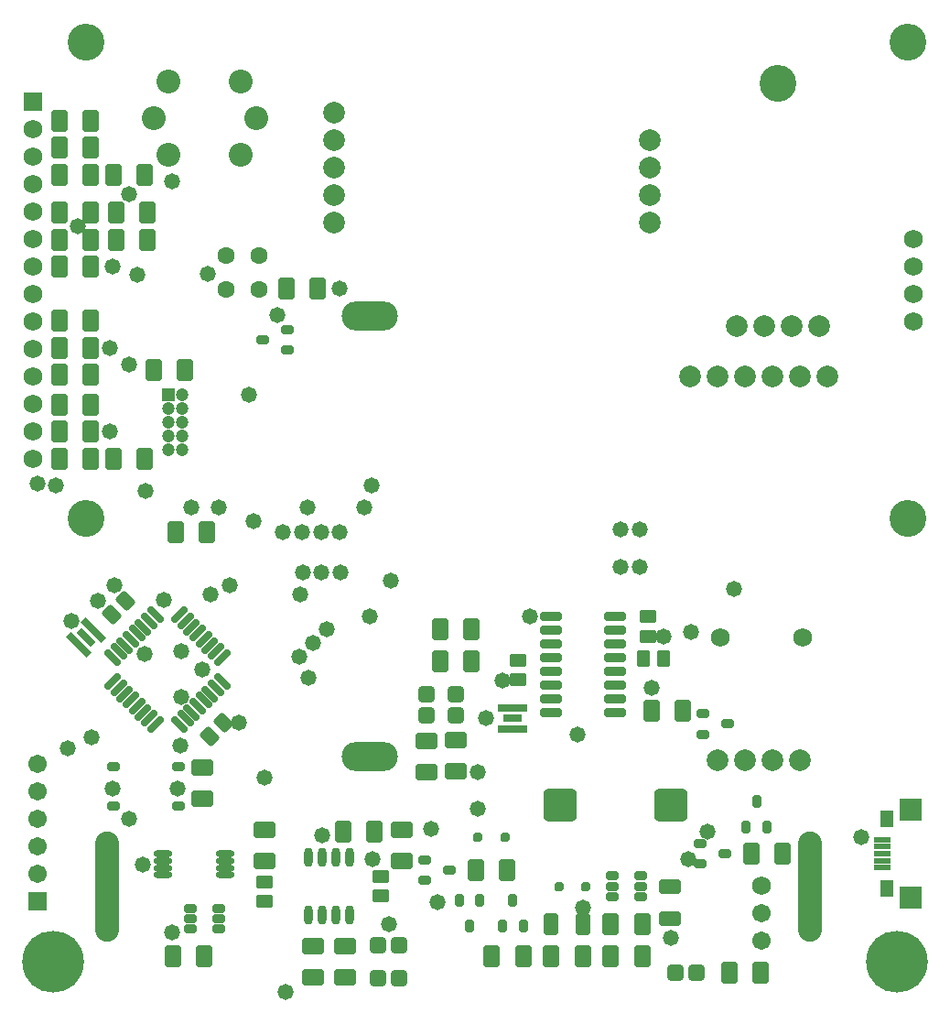
<source format=gts>
G04*
G04 #@! TF.GenerationSoftware,Altium Limited,Altium Designer,19.1.5 (86)*
G04*
G04 Layer_Color=8388736*
%FSLAX25Y25*%
%MOIN*%
G70*
G01*
G75*
%ADD16R,0.04724X0.08000*%
G04:AMPARAMS|DCode=17|XSize=78.87mil|YSize=59.18mil|CornerRadius=10.4mil|HoleSize=0mil|Usage=FLASHONLY|Rotation=270.000|XOffset=0mil|YOffset=0mil|HoleType=Round|Shape=RoundedRectangle|*
%AMROUNDEDRECTD17*
21,1,0.07887,0.03839,0,0,270.0*
21,1,0.05807,0.05918,0,0,270.0*
1,1,0.02080,-0.01919,-0.02904*
1,1,0.02080,-0.01919,0.02904*
1,1,0.02080,0.01919,0.02904*
1,1,0.02080,0.01919,-0.02904*
%
%ADD17ROUNDEDRECTD17*%
G04:AMPARAMS|DCode=18|XSize=31.62mil|YSize=47.37mil|CornerRadius=6.95mil|HoleSize=0mil|Usage=FLASHONLY|Rotation=90.000|XOffset=0mil|YOffset=0mil|HoleType=Round|Shape=RoundedRectangle|*
%AMROUNDEDRECTD18*
21,1,0.03162,0.03347,0,0,90.0*
21,1,0.01772,0.04737,0,0,90.0*
1,1,0.01391,0.01673,0.00886*
1,1,0.01391,0.01673,-0.00886*
1,1,0.01391,-0.01673,-0.00886*
1,1,0.01391,-0.01673,0.00886*
%
%ADD18ROUNDEDRECTD18*%
G04:AMPARAMS|DCode=19|XSize=63.12mil|YSize=47.37mil|CornerRadius=8.92mil|HoleSize=0mil|Usage=FLASHONLY|Rotation=0.000|XOffset=0mil|YOffset=0mil|HoleType=Round|Shape=RoundedRectangle|*
%AMROUNDEDRECTD19*
21,1,0.06312,0.02953,0,0,0.0*
21,1,0.04528,0.04737,0,0,0.0*
1,1,0.01784,0.02264,-0.01476*
1,1,0.01784,-0.02264,-0.01476*
1,1,0.01784,-0.02264,0.01476*
1,1,0.01784,0.02264,0.01476*
%
%ADD19ROUNDEDRECTD19*%
G04:AMPARAMS|DCode=20|XSize=31.62mil|YSize=47.37mil|CornerRadius=6.95mil|HoleSize=0mil|Usage=FLASHONLY|Rotation=0.000|XOffset=0mil|YOffset=0mil|HoleType=Round|Shape=RoundedRectangle|*
%AMROUNDEDRECTD20*
21,1,0.03162,0.03347,0,0,0.0*
21,1,0.01772,0.04737,0,0,0.0*
1,1,0.01391,0.00886,-0.01673*
1,1,0.01391,-0.00886,-0.01673*
1,1,0.01391,-0.00886,0.01673*
1,1,0.01391,0.00886,0.01673*
%
%ADD20ROUNDEDRECTD20*%
G04:AMPARAMS|DCode=21|XSize=78.87mil|YSize=59.18mil|CornerRadius=10.4mil|HoleSize=0mil|Usage=FLASHONLY|Rotation=180.000|XOffset=0mil|YOffset=0mil|HoleType=Round|Shape=RoundedRectangle|*
%AMROUNDEDRECTD21*
21,1,0.07887,0.03839,0,0,180.0*
21,1,0.05807,0.05918,0,0,180.0*
1,1,0.02080,-0.02904,0.01919*
1,1,0.02080,0.02904,0.01919*
1,1,0.02080,0.02904,-0.01919*
1,1,0.02080,-0.02904,-0.01919*
%
%ADD21ROUNDEDRECTD21*%
G04:AMPARAMS|DCode=22|XSize=47.37mil|YSize=31.62mil|CornerRadius=9.91mil|HoleSize=0mil|Usage=FLASHONLY|Rotation=0.000|XOffset=0mil|YOffset=0mil|HoleType=Round|Shape=RoundedRectangle|*
%AMROUNDEDRECTD22*
21,1,0.04737,0.01181,0,0,0.0*
21,1,0.02756,0.03162,0,0,0.0*
1,1,0.01981,0.01378,-0.00591*
1,1,0.01981,-0.01378,-0.00591*
1,1,0.01981,-0.01378,0.00591*
1,1,0.01981,0.01378,0.00591*
%
%ADD22ROUNDEDRECTD22*%
G04:AMPARAMS|DCode=23|XSize=27.69mil|YSize=106.42mil|CornerRadius=0mil|HoleSize=0mil|Usage=FLASHONLY|Rotation=225.000|XOffset=0mil|YOffset=0mil|HoleType=Round|Shape=Rectangle|*
%AMROTATEDRECTD23*
4,1,4,-0.02784,0.04742,0.04742,-0.02784,0.02784,-0.04742,-0.04742,0.02784,-0.02784,0.04742,0.0*
%
%ADD23ROTATEDRECTD23*%

G04:AMPARAMS|DCode=24|XSize=27.69mil|YSize=70.99mil|CornerRadius=0mil|HoleSize=0mil|Usage=FLASHONLY|Rotation=225.000|XOffset=0mil|YOffset=0mil|HoleType=Round|Shape=Rectangle|*
%AMROTATEDRECTD24*
4,1,4,-0.01531,0.03489,0.03489,-0.01531,0.01531,-0.03489,-0.03489,0.01531,-0.01531,0.03489,0.0*
%
%ADD24ROTATEDRECTD24*%

G04:AMPARAMS|DCode=25|XSize=63.12mil|YSize=47.37mil|CornerRadius=8.92mil|HoleSize=0mil|Usage=FLASHONLY|Rotation=135.000|XOffset=0mil|YOffset=0mil|HoleType=Round|Shape=RoundedRectangle|*
%AMROUNDEDRECTD25*
21,1,0.06312,0.02953,0,0,135.0*
21,1,0.04528,0.04737,0,0,135.0*
1,1,0.01784,-0.00557,0.02645*
1,1,0.01784,0.02645,-0.00557*
1,1,0.01784,0.00557,-0.02645*
1,1,0.01784,-0.02645,0.00557*
%
%ADD25ROUNDEDRECTD25*%
%ADD26R,0.10642X0.02769*%
%ADD27R,0.07099X0.02769*%
G04:AMPARAMS|DCode=28|XSize=58mil|YSize=58mil|CornerRadius=10.25mil|HoleSize=0mil|Usage=FLASHONLY|Rotation=90.000|XOffset=0mil|YOffset=0mil|HoleType=Round|Shape=RoundedRectangle|*
%AMROUNDEDRECTD28*
21,1,0.05800,0.03750,0,0,90.0*
21,1,0.03750,0.05800,0,0,90.0*
1,1,0.02050,0.01875,0.01875*
1,1,0.02050,0.01875,-0.01875*
1,1,0.02050,-0.01875,-0.01875*
1,1,0.02050,-0.01875,0.01875*
%
%ADD28ROUNDEDRECTD28*%
G04:AMPARAMS|DCode=29|XSize=25.72mil|YSize=72.96mil|CornerRadius=8.43mil|HoleSize=0mil|Usage=FLASHONLY|Rotation=315.000|XOffset=0mil|YOffset=0mil|HoleType=Round|Shape=RoundedRectangle|*
%AMROUNDEDRECTD29*
21,1,0.02572,0.05610,0,0,315.0*
21,1,0.00886,0.07296,0,0,315.0*
1,1,0.01686,-0.01670,-0.02297*
1,1,0.01686,-0.02297,-0.01670*
1,1,0.01686,0.01670,0.02297*
1,1,0.01686,0.02297,0.01670*
%
%ADD29ROUNDEDRECTD29*%
G04:AMPARAMS|DCode=30|XSize=25.72mil|YSize=72.96mil|CornerRadius=8.43mil|HoleSize=0mil|Usage=FLASHONLY|Rotation=45.000|XOffset=0mil|YOffset=0mil|HoleType=Round|Shape=RoundedRectangle|*
%AMROUNDEDRECTD30*
21,1,0.02572,0.05610,0,0,45.0*
21,1,0.00886,0.07296,0,0,45.0*
1,1,0.01686,0.02297,-0.01670*
1,1,0.01686,0.01670,-0.02297*
1,1,0.01686,-0.02297,0.01670*
1,1,0.01686,-0.01670,0.02297*
%
%ADD30ROUNDEDRECTD30*%
G04:AMPARAMS|DCode=31|XSize=78.87mil|YSize=53.28mil|CornerRadius=9.66mil|HoleSize=0mil|Usage=FLASHONLY|Rotation=0.000|XOffset=0mil|YOffset=0mil|HoleType=Round|Shape=RoundedRectangle|*
%AMROUNDEDRECTD31*
21,1,0.07887,0.03396,0,0,0.0*
21,1,0.05955,0.05328,0,0,0.0*
1,1,0.01932,0.02977,-0.01698*
1,1,0.01932,-0.02977,-0.01698*
1,1,0.01932,-0.02977,0.01698*
1,1,0.01932,0.02977,0.01698*
%
%ADD31ROUNDEDRECTD31*%
%ADD32R,0.08280X0.08280*%
%ADD33R,0.04737X0.05918*%
%ADD34R,0.06115X0.02375*%
%ADD35O,0.06706X0.02375*%
G04:AMPARAMS|DCode=36|XSize=58mil|YSize=58mil|CornerRadius=10.25mil|HoleSize=0mil|Usage=FLASHONLY|Rotation=0.000|XOffset=0mil|YOffset=0mil|HoleType=Round|Shape=RoundedRectangle|*
%AMROUNDEDRECTD36*
21,1,0.05800,0.03750,0,0,0.0*
21,1,0.03750,0.05800,0,0,0.0*
1,1,0.02050,0.01875,-0.01875*
1,1,0.02050,-0.01875,-0.01875*
1,1,0.02050,-0.01875,0.01875*
1,1,0.02050,0.01875,0.01875*
%
%ADD36ROUNDEDRECTD36*%
%ADD37O,0.03162X0.07099*%
G04:AMPARAMS|DCode=38|XSize=31.62mil|YSize=35.56mil|CornerRadius=6.95mil|HoleSize=0mil|Usage=FLASHONLY|Rotation=0.000|XOffset=0mil|YOffset=0mil|HoleType=Round|Shape=RoundedRectangle|*
%AMROUNDEDRECTD38*
21,1,0.03162,0.02165,0,0,0.0*
21,1,0.01772,0.03556,0,0,0.0*
1,1,0.01391,0.00886,-0.01083*
1,1,0.01391,-0.00886,-0.01083*
1,1,0.01391,-0.00886,0.01083*
1,1,0.01391,0.00886,0.01083*
%
%ADD38ROUNDEDRECTD38*%
G04:AMPARAMS|DCode=39|XSize=78.87mil|YSize=53.28mil|CornerRadius=9.66mil|HoleSize=0mil|Usage=FLASHONLY|Rotation=90.000|XOffset=0mil|YOffset=0mil|HoleType=Round|Shape=RoundedRectangle|*
%AMROUNDEDRECTD39*
21,1,0.07887,0.03396,0,0,90.0*
21,1,0.05955,0.05328,0,0,90.0*
1,1,0.01932,0.01698,0.02977*
1,1,0.01932,0.01698,-0.02977*
1,1,0.01932,-0.01698,-0.02977*
1,1,0.01932,-0.01698,0.02977*
%
%ADD39ROUNDEDRECTD39*%
G04:AMPARAMS|DCode=40|XSize=63.12mil|YSize=47.37mil|CornerRadius=8.92mil|HoleSize=0mil|Usage=FLASHONLY|Rotation=90.000|XOffset=0mil|YOffset=0mil|HoleType=Round|Shape=RoundedRectangle|*
%AMROUNDEDRECTD40*
21,1,0.06312,0.02953,0,0,90.0*
21,1,0.04528,0.04737,0,0,90.0*
1,1,0.01784,0.01476,0.02264*
1,1,0.01784,0.01476,-0.02264*
1,1,0.01784,-0.01476,-0.02264*
1,1,0.01784,-0.01476,0.02264*
%
%ADD40ROUNDEDRECTD40*%
G04:AMPARAMS|DCode=41|XSize=123mil|YSize=118mil|CornerRadius=17.75mil|HoleSize=0mil|Usage=FLASHONLY|Rotation=180.000|XOffset=0mil|YOffset=0mil|HoleType=Round|Shape=RoundedRectangle|*
%AMROUNDEDRECTD41*
21,1,0.12300,0.08250,0,0,180.0*
21,1,0.08750,0.11800,0,0,180.0*
1,1,0.03550,-0.04375,0.04125*
1,1,0.03550,0.04375,0.04125*
1,1,0.03550,0.04375,-0.04125*
1,1,0.03550,-0.04375,-0.04125*
%
%ADD41ROUNDEDRECTD41*%
G04:AMPARAMS|DCode=42|XSize=78.87mil|YSize=31.62mil|CornerRadius=9.91mil|HoleSize=0mil|Usage=FLASHONLY|Rotation=0.000|XOffset=0mil|YOffset=0mil|HoleType=Round|Shape=RoundedRectangle|*
%AMROUNDEDRECTD42*
21,1,0.07887,0.01181,0,0,0.0*
21,1,0.05906,0.03162,0,0,0.0*
1,1,0.01981,0.02953,-0.00591*
1,1,0.01981,-0.02953,-0.00591*
1,1,0.01981,-0.02953,0.00591*
1,1,0.01981,0.02953,0.00591*
%
%ADD42ROUNDEDRECTD42*%
%ADD43O,0.08674X0.40170*%
%ADD44C,0.06800*%
%ADD45C,0.13398*%
%ADD46R,0.06800X0.06800*%
%ADD47C,0.07887*%
%ADD48O,0.20485X0.10642*%
%ADD49C,0.04737*%
%ADD50R,0.04737X0.04737*%
%ADD51C,0.06312*%
%ADD52C,0.08674*%
%ADD53C,0.06706*%
%ADD54R,0.06706X0.06706*%
%ADD55C,0.22453*%
%ADD56C,0.05800*%
D16*
X82283Y55118D02*
D03*
X59449D02*
D03*
D17*
X160630Y140748D02*
D03*
X172047D02*
D03*
X160630Y128937D02*
D03*
X172047D02*
D03*
X104528Y264764D02*
D03*
X115945D02*
D03*
X273819Y59055D02*
D03*
X285236D02*
D03*
X67716Y235236D02*
D03*
X56299D02*
D03*
X75590Y176181D02*
D03*
X64173D02*
D03*
X33268Y325787D02*
D03*
X21850D02*
D03*
Y315945D02*
D03*
X33268D02*
D03*
Y306102D02*
D03*
X21850D02*
D03*
X41535Y306102D02*
D03*
X52953D02*
D03*
X42520Y292323D02*
D03*
X53937D02*
D03*
X33268Y292323D02*
D03*
X21850D02*
D03*
X33268Y282480D02*
D03*
X21850D02*
D03*
X42520Y282480D02*
D03*
X53937D02*
D03*
X21850Y272638D02*
D03*
X33268D02*
D03*
X21850Y252953D02*
D03*
X33268D02*
D03*
Y243110D02*
D03*
X21850D02*
D03*
Y233268D02*
D03*
X33268D02*
D03*
Y222441D02*
D03*
X21850D02*
D03*
X33268Y212598D02*
D03*
X21850D02*
D03*
X33268Y202756D02*
D03*
X21850D02*
D03*
X41535Y202756D02*
D03*
X52953D02*
D03*
X248819Y111221D02*
D03*
X237402D02*
D03*
X63189Y21654D02*
D03*
X74606D02*
D03*
X136614Y66929D02*
D03*
X125197D02*
D03*
X173425Y53150D02*
D03*
X184843D02*
D03*
X179331Y21654D02*
D03*
X190748D02*
D03*
X212402Y21654D02*
D03*
X200984D02*
D03*
X222638Y21654D02*
D03*
X234055D02*
D03*
X222638Y33465D02*
D03*
X234055D02*
D03*
X265945Y15748D02*
D03*
X277362D02*
D03*
D18*
X95866Y246063D02*
D03*
X104921Y249803D02*
D03*
Y242323D02*
D03*
X154921Y56890D02*
D03*
Y49409D02*
D03*
X163976Y53150D02*
D03*
X255315Y62795D02*
D03*
Y55315D02*
D03*
X264370Y59055D02*
D03*
X256299Y110039D02*
D03*
Y102559D02*
D03*
X265354Y106299D02*
D03*
X233465Y47244D02*
D03*
Y43504D02*
D03*
X223228Y50984D02*
D03*
Y47244D02*
D03*
Y43504D02*
D03*
X233465Y50984D02*
D03*
X79921Y35433D02*
D03*
Y31693D02*
D03*
X69685Y39173D02*
D03*
Y35433D02*
D03*
Y31693D02*
D03*
X79921Y39173D02*
D03*
D19*
X236221Y138189D02*
D03*
Y145276D02*
D03*
X188976Y122441D02*
D03*
Y129528D02*
D03*
X96457Y41732D02*
D03*
Y48819D02*
D03*
X138779Y50787D02*
D03*
Y43701D02*
D03*
D20*
X272047Y68898D02*
D03*
X279528D02*
D03*
X275787Y77953D02*
D03*
X175000Y41929D02*
D03*
X167520D02*
D03*
X171260Y32874D02*
D03*
X183268D02*
D03*
X190748D02*
D03*
X187008Y41929D02*
D03*
D21*
X73973Y90354D02*
D03*
Y78937D02*
D03*
X155512Y100197D02*
D03*
Y88779D02*
D03*
X166339Y88976D02*
D03*
Y100394D02*
D03*
X96457Y56299D02*
D03*
Y67716D02*
D03*
X125984Y13976D02*
D03*
Y25394D02*
D03*
X114173Y13976D02*
D03*
Y25394D02*
D03*
X146653Y67716D02*
D03*
Y56299D02*
D03*
D22*
X65115Y76476D02*
D03*
Y90847D02*
D03*
X41493Y76476D02*
D03*
Y90847D02*
D03*
D23*
X34295Y140440D02*
D03*
X29006Y135151D02*
D03*
D24*
X31650Y137795D02*
D03*
D25*
X45967Y151128D02*
D03*
X40956Y146116D02*
D03*
X81400Y106836D02*
D03*
X76389Y101825D02*
D03*
D26*
X187008Y112008D02*
D03*
Y104528D02*
D03*
D27*
Y108268D02*
D03*
D28*
X155512Y109439D02*
D03*
Y116939D02*
D03*
X166339Y109439D02*
D03*
Y116939D02*
D03*
D29*
X65549Y145945D02*
D03*
X67776Y143718D02*
D03*
X70003Y141490D02*
D03*
X72230Y139263D02*
D03*
X74457Y137036D02*
D03*
X76684Y134809D02*
D03*
X78911Y132582D02*
D03*
X81138Y130355D02*
D03*
X56807Y106024D02*
D03*
X54580Y108251D02*
D03*
X52353Y110478D02*
D03*
X50126Y112705D02*
D03*
X47899Y114932D02*
D03*
X45672Y117159D02*
D03*
X43445Y119386D02*
D03*
X41217Y121614D02*
D03*
D30*
X81138D02*
D03*
X78911Y119386D02*
D03*
X76684Y117159D02*
D03*
X74457Y114932D02*
D03*
X72230Y112705D02*
D03*
X70003Y110478D02*
D03*
X67776Y108251D02*
D03*
X65549Y106024D02*
D03*
X41217Y130355D02*
D03*
X43445Y132582D02*
D03*
X45672Y134809D02*
D03*
X47899Y137036D02*
D03*
X50126Y139263D02*
D03*
X52353Y141490D02*
D03*
X54580Y143718D02*
D03*
X56807Y145945D02*
D03*
D31*
X244094Y35433D02*
D03*
Y47244D02*
D03*
D32*
X332039Y75000D02*
D03*
Y43110D02*
D03*
D33*
X323177Y71653D02*
D03*
Y46457D02*
D03*
D34*
X321504Y64173D02*
D03*
Y61614D02*
D03*
Y59055D02*
D03*
Y56496D02*
D03*
Y53937D02*
D03*
D35*
X82284Y51279D02*
D03*
Y53839D02*
D03*
Y56398D02*
D03*
Y58957D02*
D03*
X59449Y51279D02*
D03*
Y53839D02*
D03*
Y56398D02*
D03*
Y58957D02*
D03*
D36*
X137982Y25591D02*
D03*
X145482D02*
D03*
X137982Y13780D02*
D03*
X145482D02*
D03*
X253750Y15748D02*
D03*
X246250D02*
D03*
D37*
X112579Y36614D02*
D03*
X117579D02*
D03*
X122579D02*
D03*
X127579D02*
D03*
X112579Y57874D02*
D03*
X117579D02*
D03*
X122579D02*
D03*
X127579D02*
D03*
D38*
X174213Y64961D02*
D03*
X184055D02*
D03*
X203740Y47244D02*
D03*
X213583D02*
D03*
D39*
X212598Y33465D02*
D03*
X200787D02*
D03*
D40*
X241732Y129921D02*
D03*
X234646D02*
D03*
D41*
X244659Y76772D02*
D03*
X204159D02*
D03*
D42*
X224298Y110453D02*
D03*
Y115453D02*
D03*
Y120453D02*
D03*
Y125453D02*
D03*
Y130453D02*
D03*
Y135453D02*
D03*
Y140453D02*
D03*
Y145453D02*
D03*
X200898Y110453D02*
D03*
Y115453D02*
D03*
Y120453D02*
D03*
Y125453D02*
D03*
Y130453D02*
D03*
Y135453D02*
D03*
Y140453D02*
D03*
Y145453D02*
D03*
D43*
X39370Y47244D02*
D03*
X295276D02*
D03*
D44*
X292461Y137795D02*
D03*
X262657D02*
D03*
X332835Y282716D02*
D03*
X332752Y272716D02*
D03*
X332835Y262717D02*
D03*
X332752Y252716D02*
D03*
X12126Y202716D02*
D03*
Y212717D02*
D03*
Y222716D02*
D03*
Y232716D02*
D03*
Y242717D02*
D03*
Y252716D02*
D03*
Y262717D02*
D03*
Y272716D02*
D03*
Y282716D02*
D03*
Y292717D02*
D03*
Y302716D02*
D03*
Y312717D02*
D03*
Y322716D02*
D03*
X277559Y47402D02*
D03*
D45*
X331024Y181102D02*
D03*
Y354331D02*
D03*
X31496Y181102D02*
D03*
Y354331D02*
D03*
X283465Y339567D02*
D03*
D46*
X12126Y332716D02*
D03*
D47*
X261575Y93177D02*
D03*
X271575D02*
D03*
X281575D02*
D03*
X291575D02*
D03*
X301575Y232677D02*
D03*
X291575D02*
D03*
X281575D02*
D03*
X271575D02*
D03*
X261575D02*
D03*
X251575D02*
D03*
X268465Y250984D02*
D03*
X288465D02*
D03*
X298465D02*
D03*
X278465D02*
D03*
X122047Y328898D02*
D03*
Y318898D02*
D03*
Y298898D02*
D03*
Y288898D02*
D03*
Y308898D02*
D03*
X237047Y298898D02*
D03*
Y308898D02*
D03*
Y318898D02*
D03*
Y288898D02*
D03*
D48*
X134843Y254724D02*
D03*
Y94488D02*
D03*
D49*
X61476Y205945D02*
D03*
Y210945D02*
D03*
Y215945D02*
D03*
Y220945D02*
D03*
X66476Y205945D02*
D03*
Y210945D02*
D03*
Y215945D02*
D03*
Y220945D02*
D03*
Y225945D02*
D03*
D50*
X61476D02*
D03*
D51*
X94685Y276772D02*
D03*
Y264567D02*
D03*
X82480D02*
D03*
Y276772D02*
D03*
D52*
X56102Y326772D02*
D03*
X61580Y339995D02*
D03*
X88027D02*
D03*
X93504Y326772D02*
D03*
X88027Y313548D02*
D03*
X61580D02*
D03*
D53*
X13934Y91850D02*
D03*
Y81850D02*
D03*
Y71850D02*
D03*
Y61850D02*
D03*
Y51850D02*
D03*
X277559Y37402D02*
D03*
Y27402D02*
D03*
D54*
X13934Y41850D02*
D03*
D55*
X19685Y19685D02*
D03*
X326772D02*
D03*
D56*
X117522Y65647D02*
D03*
X41339Y82677D02*
D03*
X64961D02*
D03*
X62992Y30512D02*
D03*
X40354Y243110D02*
D03*
Y212598D02*
D03*
X157210Y67913D02*
D03*
X135827Y57087D02*
D03*
X250984Y57087D02*
D03*
X26378Y143701D02*
D03*
X41732Y156693D02*
D03*
X35827Y151181D02*
D03*
X244488Y28346D02*
D03*
X79724Y185039D02*
D03*
X237621Y119277D02*
D03*
X52165Y55118D02*
D03*
X313976Y64961D02*
D03*
X47244Y237205D02*
D03*
X13780Y193898D02*
D03*
X20669Y192913D02*
D03*
X53150Y190945D02*
D03*
X112205Y185039D02*
D03*
X267717Y155512D02*
D03*
X174213Y75295D02*
D03*
Y88583D02*
D03*
X135433Y192913D02*
D03*
X90945Y225984D02*
D03*
X132874Y185039D02*
D03*
X101378Y254921D02*
D03*
X92520Y180118D02*
D03*
X124016Y264764D02*
D03*
X103347Y176181D02*
D03*
X110236D02*
D03*
X117126D02*
D03*
X124015Y176181D02*
D03*
X60039Y151575D02*
D03*
X69882Y185039D02*
D03*
X193130Y145453D02*
D03*
X50197Y269685D02*
D03*
X75787Y270079D02*
D03*
X104331Y8858D02*
D03*
X142717Y158465D02*
D03*
X112540Y123031D02*
D03*
X109252Y130905D02*
D03*
X119095Y140748D02*
D03*
X114173Y135827D02*
D03*
X134843Y145334D02*
D03*
X233268Y163386D02*
D03*
X226378Y177165D02*
D03*
X226378Y163386D02*
D03*
X41339Y272638D02*
D03*
X24946Y97504D02*
D03*
X47244Y299213D02*
D03*
X28543Y287402D02*
D03*
X65945Y98442D02*
D03*
X233268Y177165D02*
D03*
X47244Y71850D02*
D03*
X83816Y156884D02*
D03*
X33619Y101378D02*
D03*
X109406Y153543D02*
D03*
X53045Y131890D02*
D03*
X76926Y153543D02*
D03*
X117280Y161417D02*
D03*
X73973Y125984D02*
D03*
X110391Y161417D02*
D03*
X66099Y116141D02*
D03*
X87305Y106836D02*
D03*
X124170Y161417D02*
D03*
X66099Y132874D02*
D03*
X62992Y303773D02*
D03*
X96611Y86614D02*
D03*
X210462Y102425D02*
D03*
X251969Y139764D02*
D03*
X177165Y108268D02*
D03*
X183071Y122047D02*
D03*
X241732Y138189D02*
D03*
X257874Y66929D02*
D03*
X212598Y39370D02*
D03*
X159449Y41339D02*
D03*
X141732Y33465D02*
D03*
M02*

</source>
